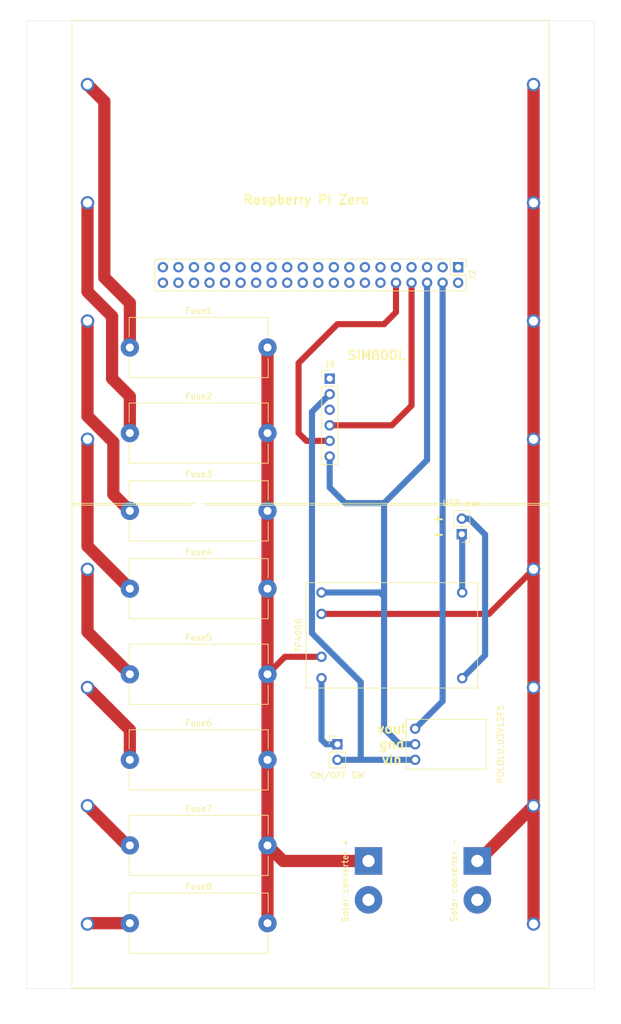
<source format=kicad_pcb>
(kicad_pcb (version 20171130) (host pcbnew "(5.1.5-0-10_14)")

  (general
    (thickness 1.6)
    (drawings 11)
    (tracks 84)
    (zones 0)
    (modules 30)
    (nets 57)
  )

  (page A4)
  (layers
    (0 F.Cu signal)
    (31 B.Cu signal)
    (32 B.Adhes user)
    (33 F.Adhes user)
    (34 B.Paste user)
    (35 F.Paste user)
    (36 B.SilkS user)
    (37 F.SilkS user)
    (38 B.Mask user)
    (39 F.Mask user)
    (40 Dwgs.User user)
    (41 Cmts.User user)
    (42 Eco1.User user)
    (43 Eco2.User user)
    (44 Edge.Cuts user)
    (45 Margin user)
    (46 B.CrtYd user)
    (47 F.CrtYd user)
    (48 B.Fab user)
    (49 F.Fab user)
  )

  (setup
    (last_trace_width 1)
    (user_trace_width 1)
    (user_trace_width 2)
    (trace_clearance 0.2)
    (zone_clearance 0.508)
    (zone_45_only no)
    (trace_min 0.2)
    (via_size 0.8)
    (via_drill 0.4)
    (via_min_size 0.4)
    (via_min_drill 0.3)
    (uvia_size 0.3)
    (uvia_drill 0.1)
    (uvias_allowed no)
    (uvia_min_size 0.2)
    (uvia_min_drill 0.1)
    (edge_width 0.05)
    (segment_width 0.2)
    (pcb_text_width 0.3)
    (pcb_text_size 1.5 1.5)
    (mod_edge_width 0.12)
    (mod_text_size 1 1)
    (mod_text_width 0.15)
    (pad_size 3.5 3.5)
    (pad_drill 3.5)
    (pad_to_mask_clearance 0.051)
    (solder_mask_min_width 0.25)
    (aux_axis_origin 0 0)
    (visible_elements FFFFFF7F)
    (pcbplotparams
      (layerselection 0x010f0_ffffffff)
      (usegerberextensions false)
      (usegerberattributes false)
      (usegerberadvancedattributes false)
      (creategerberjobfile false)
      (excludeedgelayer true)
      (linewidth 0.100000)
      (plotframeref false)
      (viasonmask false)
      (mode 1)
      (useauxorigin false)
      (hpglpennumber 1)
      (hpglpenspeed 20)
      (hpglpendiameter 15.000000)
      (psnegative false)
      (psa4output false)
      (plotreference true)
      (plotvalue true)
      (plotinvisibletext false)
      (padsonsilk false)
      (subtractmaskfromsilk false)
      (outputformat 1)
      (mirror false)
      (drillshape 0)
      (scaleselection 1)
      (outputdirectory "gerb/"))
  )

  (net 0 "")
  (net 1 "Net-(F1-Pad1)")
  (net 2 "Net-(F1-Pad2)")
  (net 3 "Net-(F2-Pad2)")
  (net 4 "Net-(F3-Pad2)")
  (net 5 "Net-(F4-Pad2)")
  (net 6 "Net-(F5-Pad2)")
  (net 7 "Net-(F6-Pad2)")
  (net 8 "Net-(F7-Pad2)")
  (net 9 "Net-(F8-Pad2)")
  (net 10 "Net-(J1-Pad1)")
  (net 11 "Net-(J1-Pad2)")
  (net 12 "Net-(J9-Pad1)")
  (net 13 "Net-(J9-Pad3)")
  (net 14 "Net-(J6-Pad1)")
  (net 15 "Net-(J2-Pad8)")
  (net 16 "Net-(J2-Pad10)")
  (net 17 "Net-(J2-Pad6)")
  (net 18 "Net-(J2-Pad4)")
  (net 19 "Net-(J2-Pad1)")
  (net 20 "Net-(J2-Pad2)")
  (net 21 "Net-(J2-Pad3)")
  (net 22 "Net-(J2-Pad5)")
  (net 23 "Net-(J2-Pad7)")
  (net 24 "Net-(J2-Pad9)")
  (net 25 "Net-(J2-Pad11)")
  (net 26 "Net-(J2-Pad12)")
  (net 27 "Net-(J2-Pad13)")
  (net 28 "Net-(J2-Pad14)")
  (net 29 "Net-(J2-Pad15)")
  (net 30 "Net-(J2-Pad16)")
  (net 31 "Net-(J2-Pad17)")
  (net 32 "Net-(J2-Pad18)")
  (net 33 "Net-(J2-Pad19)")
  (net 34 "Net-(J2-Pad20)")
  (net 35 "Net-(J2-Pad21)")
  (net 36 "Net-(J2-Pad22)")
  (net 37 "Net-(J2-Pad23)")
  (net 38 "Net-(J2-Pad24)")
  (net 39 "Net-(J2-Pad25)")
  (net 40 "Net-(J2-Pad26)")
  (net 41 "Net-(J2-Pad27)")
  (net 42 "Net-(J2-Pad28)")
  (net 43 "Net-(J2-Pad29)")
  (net 44 "Net-(J2-Pad30)")
  (net 45 "Net-(J2-Pad31)")
  (net 46 "Net-(J2-Pad32)")
  (net 47 "Net-(J2-Pad33)")
  (net 48 "Net-(J2-Pad34)")
  (net 49 "Net-(J2-Pad35)")
  (net 50 "Net-(J2-Pad36)")
  (net 51 "Net-(J2-Pad37)")
  (net 52 "Net-(J2-Pad38)")
  (net 53 "Net-(J2-Pad39)")
  (net 54 "Net-(J2-Pad40)")
  (net 55 "Net-(J3-Pad1)")
  (net 56 "Net-(J3-Pad2)")

  (net_class Default "This is the default net class."
    (clearance 0.2)
    (trace_width 0.25)
    (via_dia 0.8)
    (via_drill 0.4)
    (uvia_dia 0.3)
    (uvia_drill 0.1)
    (add_net "Net-(F1-Pad1)")
    (add_net "Net-(F1-Pad2)")
    (add_net "Net-(F2-Pad2)")
    (add_net "Net-(F3-Pad2)")
    (add_net "Net-(F4-Pad2)")
    (add_net "Net-(F5-Pad2)")
    (add_net "Net-(F6-Pad2)")
    (add_net "Net-(F7-Pad2)")
    (add_net "Net-(F8-Pad2)")
    (add_net "Net-(J1-Pad1)")
    (add_net "Net-(J1-Pad2)")
    (add_net "Net-(J2-Pad1)")
    (add_net "Net-(J2-Pad10)")
    (add_net "Net-(J2-Pad11)")
    (add_net "Net-(J2-Pad12)")
    (add_net "Net-(J2-Pad13)")
    (add_net "Net-(J2-Pad14)")
    (add_net "Net-(J2-Pad15)")
    (add_net "Net-(J2-Pad16)")
    (add_net "Net-(J2-Pad17)")
    (add_net "Net-(J2-Pad18)")
    (add_net "Net-(J2-Pad19)")
    (add_net "Net-(J2-Pad2)")
    (add_net "Net-(J2-Pad20)")
    (add_net "Net-(J2-Pad21)")
    (add_net "Net-(J2-Pad22)")
    (add_net "Net-(J2-Pad23)")
    (add_net "Net-(J2-Pad24)")
    (add_net "Net-(J2-Pad25)")
    (add_net "Net-(J2-Pad26)")
    (add_net "Net-(J2-Pad27)")
    (add_net "Net-(J2-Pad28)")
    (add_net "Net-(J2-Pad29)")
    (add_net "Net-(J2-Pad3)")
    (add_net "Net-(J2-Pad30)")
    (add_net "Net-(J2-Pad31)")
    (add_net "Net-(J2-Pad32)")
    (add_net "Net-(J2-Pad33)")
    (add_net "Net-(J2-Pad34)")
    (add_net "Net-(J2-Pad35)")
    (add_net "Net-(J2-Pad36)")
    (add_net "Net-(J2-Pad37)")
    (add_net "Net-(J2-Pad38)")
    (add_net "Net-(J2-Pad39)")
    (add_net "Net-(J2-Pad4)")
    (add_net "Net-(J2-Pad40)")
    (add_net "Net-(J2-Pad5)")
    (add_net "Net-(J2-Pad6)")
    (add_net "Net-(J2-Pad7)")
    (add_net "Net-(J2-Pad8)")
    (add_net "Net-(J2-Pad9)")
    (add_net "Net-(J3-Pad1)")
    (add_net "Net-(J3-Pad2)")
    (add_net "Net-(J6-Pad1)")
    (add_net "Net-(J9-Pad1)")
    (add_net "Net-(J9-Pad3)")
  )

  (module "Components power:Batteryholder4x18650" (layer F.Cu) (tedit 5EEB6777) (tstamp 5EE532A2)
    (at 46.4 118.5)
    (path /5EE510AA)
    (fp_text reference U2 (at 0 44.45) (layer F.Fab)
      (effects (font (size 1 1) (thickness 0.15)))
    )
    (fp_text value Batteryholder (at 0 -41.91) (layer F.Fab)
      (effects (font (size 1 1) (thickness 0.15)))
    )
    (fp_line (start -38.99 39.42) (end -38.99 -39.42) (layer F.SilkS) (width 0.12))
    (fp_line (start 38.99 39.42) (end -38.99 39.42) (layer F.SilkS) (width 0.12))
    (fp_line (start 38.99 -39.42) (end 38.99 39.42) (layer F.SilkS) (width 0.12))
    (fp_line (start -38.99 -39.42) (end 38.99 -39.42) (layer F.SilkS) (width 0.12))
    (pad 8 thru_hole circle (at 36.45 28.95) (size 2.2 2.2) (drill 1.5) (layers *.Cu *.Mask)
      (net 14 "Net-(J6-Pad1)"))
    (pad 7 thru_hole circle (at -36.45 28.95) (size 2.2 2.2) (drill 1.5) (layers *.Cu *.Mask)
      (net 5 "Net-(F4-Pad2)"))
    (pad 6 thru_hole circle (at 36.45 9.65) (size 2.2 2.2) (drill 1.5) (layers *.Cu *.Mask)
      (net 14 "Net-(J6-Pad1)"))
    (pad 5 thru_hole circle (at -36.45 9.65) (size 2.2 2.2) (drill 1.5) (layers *.Cu *.Mask)
      (net 4 "Net-(F3-Pad2)"))
    (pad 4 thru_hole circle (at 36.45 -9.65) (size 2.2 2.2) (drill 1.5) (layers *.Cu *.Mask)
      (net 14 "Net-(J6-Pad1)"))
    (pad 3 thru_hole circle (at -36.45 -9.65) (size 2.2 2.2) (drill 1.5) (layers *.Cu *.Mask)
      (net 3 "Net-(F2-Pad2)"))
    (pad 2 thru_hole circle (at 36.45 -28.95) (size 2.2 2.2) (drill 1.5) (layers *.Cu *.Mask)
      (net 14 "Net-(J6-Pad1)"))
    (pad 1 thru_hole circle (at -36.45 -28.95) (size 2.2 2.2) (drill 1.5) (layers *.Cu *.Mask)
      (net 2 "Net-(F1-Pad2)"))
  )

  (module "Components power:Batteryholder4x18650" (layer F.Cu) (tedit 5EEB6777) (tstamp 5EE532B2)
    (at 46.4 39.37)
    (path /5EE51621)
    (fp_text reference U3 (at 0 44.45) (layer F.Fab)
      (effects (font (size 1 1) (thickness 0.15)))
    )
    (fp_text value Batteryholder (at 0 -41.91) (layer F.Fab)
      (effects (font (size 1 1) (thickness 0.15)))
    )
    (fp_line (start -38.99 39.42) (end -38.99 -39.42) (layer F.SilkS) (width 0.12))
    (fp_line (start 38.99 39.42) (end -38.99 39.42) (layer F.SilkS) (width 0.12))
    (fp_line (start 38.99 -39.42) (end 38.99 39.42) (layer F.SilkS) (width 0.12))
    (fp_line (start -38.99 -39.42) (end 38.99 -39.42) (layer F.SilkS) (width 0.12))
    (pad 8 thru_hole circle (at 36.45 28.95) (size 2.2 2.2) (drill 1.5) (layers *.Cu *.Mask)
      (net 14 "Net-(J6-Pad1)"))
    (pad 7 thru_hole circle (at -36.45 28.95) (size 2.2 2.2) (drill 1.5) (layers *.Cu *.Mask)
      (net 9 "Net-(F8-Pad2)"))
    (pad 6 thru_hole circle (at 36.45 9.65) (size 2.2 2.2) (drill 1.5) (layers *.Cu *.Mask)
      (net 14 "Net-(J6-Pad1)"))
    (pad 5 thru_hole circle (at -36.45 9.65) (size 2.2 2.2) (drill 1.5) (layers *.Cu *.Mask)
      (net 8 "Net-(F7-Pad2)"))
    (pad 4 thru_hole circle (at 36.45 -9.65) (size 2.2 2.2) (drill 1.5) (layers *.Cu *.Mask)
      (net 14 "Net-(J6-Pad1)"))
    (pad 3 thru_hole circle (at -36.45 -9.65) (size 2.2 2.2) (drill 1.5) (layers *.Cu *.Mask)
      (net 7 "Net-(F6-Pad2)"))
    (pad 2 thru_hole circle (at 36.45 -28.95) (size 2.2 2.2) (drill 1.5) (layers *.Cu *.Mask)
      (net 14 "Net-(J6-Pad1)"))
    (pad 1 thru_hole circle (at -36.45 -28.95) (size 2.2 2.2) (drill 1.5) (layers *.Cu *.Mask)
      (net 6 "Net-(F5-Pad2)"))
  )

  (module MountingHole:MountingHole_3.5mm (layer F.Cu) (tedit 56D1B4CB) (tstamp 5EEBCFCF)
    (at 3.7 112)
    (descr "Mounting Hole 3.5mm, no annular")
    (tags "mounting hole 3.5mm no annular")
    (attr virtual)
    (fp_text reference REF** (at 0 -4.5) (layer F.Fab)
      (effects (font (size 1 1) (thickness 0.15)))
    )
    (fp_text value MountingHole_3.5mm (at 0 4.5) (layer F.Fab)
      (effects (font (size 1 1) (thickness 0.15)))
    )
    (fp_text user %R (at 0.3 0) (layer F.Fab)
      (effects (font (size 1 1) (thickness 0.15)))
    )
    (fp_circle (center 0 0) (end 3.5 0) (layer Cmts.User) (width 0.15))
    (fp_circle (center 0 0) (end 3.75 0) (layer F.CrtYd) (width 0.05))
    (pad 1 np_thru_hole circle (at 0 0) (size 3.5 3.5) (drill 3.5) (layers *.Cu *.Mask))
  )

  (module MountingHole:MountingHole_3.5mm (layer F.Cu) (tedit 56D1B4CB) (tstamp 5EEBCFC8)
    (at 89.1 66)
    (descr "Mounting Hole 3.5mm, no annular")
    (tags "mounting hole 3.5mm no annular")
    (attr virtual)
    (fp_text reference REF** (at 0 -4.5) (layer F.Fab)
      (effects (font (size 1 1) (thickness 0.15)))
    )
    (fp_text value MountingHole_3.5mm (at 0 4.5) (layer F.Fab)
      (effects (font (size 1 1) (thickness 0.15)))
    )
    (fp_text user %R (at 0.3 0) (layer F.Fab)
      (effects (font (size 1 1) (thickness 0.15)))
    )
    (fp_circle (center 0 0) (end 3.5 0) (layer Cmts.User) (width 0.15))
    (fp_circle (center 0 0) (end 3.75 0) (layer F.CrtYd) (width 0.05))
    (pad 1 np_thru_hole circle (at 0 0) (size 3.5 3.5) (drill 3.5) (layers *.Cu *.Mask))
  )

  (module MountingHole:MountingHole_3.5mm (layer F.Cu) (tedit 56D1B4CB) (tstamp 5EEBCFC1)
    (at 3.7 66)
    (descr "Mounting Hole 3.5mm, no annular")
    (tags "mounting hole 3.5mm no annular")
    (attr virtual)
    (fp_text reference REF** (at 0 -4.5) (layer F.Fab)
      (effects (font (size 1 1) (thickness 0.15)))
    )
    (fp_text value MountingHole_3.5mm (at 0 4.5) (layer F.Fab)
      (effects (font (size 1 1) (thickness 0.15)))
    )
    (fp_text user %R (at 0.3 0) (layer F.Fab)
      (effects (font (size 1 1) (thickness 0.15)))
    )
    (fp_circle (center 0 0) (end 3.5 0) (layer Cmts.User) (width 0.15))
    (fp_circle (center 0 0) (end 3.75 0) (layer F.CrtYd) (width 0.05))
    (pad 1 np_thru_hole circle (at 0 0) (size 3.5 3.5) (drill 3.5) (layers *.Cu *.Mask))
  )

  (module MountingHole:MountingHole_3.5mm (layer F.Cu) (tedit 56D1B4CB) (tstamp 5EEBCFBA)
    (at 89.1 112)
    (descr "Mounting Hole 3.5mm, no annular")
    (tags "mounting hole 3.5mm no annular")
    (attr virtual)
    (fp_text reference REF** (at 0 -4.5) (layer F.Fab)
      (effects (font (size 1 1) (thickness 0.15)))
    )
    (fp_text value MountingHole_3.5mm (at 0 4.5) (layer F.Fab)
      (effects (font (size 1 1) (thickness 0.15)))
    )
    (fp_text user %R (at 0.3 0) (layer F.Fab)
      (effects (font (size 1 1) (thickness 0.15)))
    )
    (fp_circle (center 0 0) (end 3.5 0) (layer Cmts.User) (width 0.15))
    (fp_circle (center 0 0) (end 3.75 0) (layer F.CrtYd) (width 0.05))
    (pad 1 np_thru_hole circle (at 0 0) (size 3.5 3.5) (drill 3.5) (layers *.Cu *.Mask))
  )

  (module MountingHole:MountingHole_3.5mm (layer F.Cu) (tedit 56D1B4CB) (tstamp 5EEBCFB3)
    (at 89.1 6)
    (descr "Mounting Hole 3.5mm, no annular")
    (tags "mounting hole 3.5mm no annular")
    (attr virtual)
    (fp_text reference REF** (at 0 -4.5) (layer F.Fab)
      (effects (font (size 1 1) (thickness 0.15)))
    )
    (fp_text value MountingHole_3.5mm (at 0 4.5) (layer F.Fab)
      (effects (font (size 1 1) (thickness 0.15)))
    )
    (fp_circle (center 0 0) (end 3.75 0) (layer F.CrtYd) (width 0.05))
    (fp_circle (center 0 0) (end 3.5 0) (layer Cmts.User) (width 0.15))
    (fp_text user %R (at 0.3 0) (layer F.Fab)
      (effects (font (size 1 1) (thickness 0.15)))
    )
    (pad 1 np_thru_hole circle (at 0 0) (size 3.5 3.5) (drill 3.5) (layers *.Cu *.Mask))
  )

  (module MountingHole:MountingHole_3.5mm (layer F.Cu) (tedit 56D1B4CB) (tstamp 5EEBCFAC)
    (at 89.1 152)
    (descr "Mounting Hole 3.5mm, no annular")
    (tags "mounting hole 3.5mm no annular")
    (attr virtual)
    (fp_text reference REF** (at 0 -4.5) (layer F.Fab)
      (effects (font (size 1 1) (thickness 0.15)))
    )
    (fp_text value MountingHole_3.5mm (at 0 4.5) (layer F.Fab)
      (effects (font (size 1 1) (thickness 0.15)))
    )
    (fp_text user %R (at 0.3 0) (layer F.Fab)
      (effects (font (size 1 1) (thickness 0.15)))
    )
    (fp_circle (center 0 0) (end 3.5 0) (layer Cmts.User) (width 0.15))
    (fp_circle (center 0 0) (end 3.75 0) (layer F.CrtYd) (width 0.05))
    (pad 1 np_thru_hole circle (at 0 0) (size 3.5 3.5) (drill 3.5) (layers *.Cu *.Mask))
  )

  (module MountingHole:MountingHole_3.5mm (layer F.Cu) (tedit 56D1B4CB) (tstamp 5EEBCFA5)
    (at 3.7 6)
    (descr "Mounting Hole 3.5mm, no annular")
    (tags "mounting hole 3.5mm no annular")
    (attr virtual)
    (fp_text reference REF** (at 0 -4.5) (layer F.Fab)
      (effects (font (size 1 1) (thickness 0.15)))
    )
    (fp_text value MountingHole_3.5mm (at 0 4.5) (layer F.Fab)
      (effects (font (size 1 1) (thickness 0.15)))
    )
    (fp_text user %R (at 0.3 0) (layer F.Fab)
      (effects (font (size 1 1) (thickness 0.15)))
    )
    (fp_circle (center 0 0) (end 3.5 0) (layer Cmts.User) (width 0.15))
    (fp_circle (center 0 0) (end 3.75 0) (layer F.CrtYd) (width 0.05))
    (pad 1 np_thru_hole circle (at 0 0) (size 3.5 3.5) (drill 3.5) (layers *.Cu *.Mask))
  )

  (module MountingHole:MountingHole_3.5mm (layer F.Cu) (tedit 56D1B4CB) (tstamp 5EEBCF9E)
    (at 3.7 152)
    (descr "Mounting Hole 3.5mm, no annular")
    (tags "mounting hole 3.5mm no annular")
    (attr virtual)
    (fp_text reference REF** (at 0 -4.5) (layer F.Fab)
      (effects (font (size 1 1) (thickness 0.15)))
    )
    (fp_text value MountingHole_3.5mm (at 0 4.5) (layer F.Fab)
      (effects (font (size 1 1) (thickness 0.15)))
    )
    (fp_text user %R (at 0.3 0) (layer F.Fab)
      (effects (font (size 1 1) (thickness 0.15)))
    )
    (fp_circle (center 0 0) (end 3.5 0) (layer Cmts.User) (width 0.15))
    (fp_circle (center 0 0) (end 3.75 0) (layer F.CrtYd) (width 0.05))
    (pad 1 np_thru_hole circle (at 0 0) (size 3.5 3.5) (drill 3.5) (layers *.Cu *.Mask))
  )

  (module MountingHole:MountingHole_3.5mm (layer F.Cu) (tedit 56D1B4CB) (tstamp 5EEBCF97)
    (at 75.4 41.5)
    (descr "Mounting Hole 3.5mm, no annular")
    (tags "mounting hole 3.5mm no annular")
    (attr virtual)
    (fp_text reference REF** (at 0 -4.5) (layer F.Fab)
      (effects (font (size 1 1) (thickness 0.15)))
    )
    (fp_text value MountingHole_3.5mm (at 0 4.5) (layer F.Fab)
      (effects (font (size 1 1) (thickness 0.15)))
    )
    (fp_text user %R (at 0.3 0) (layer F.Fab)
      (effects (font (size 1 1) (thickness 0.15)))
    )
    (fp_circle (center 0 0) (end 3.5 0) (layer Cmts.User) (width 0.15))
    (fp_circle (center 0 0) (end 3.75 0) (layer F.CrtYd) (width 0.05))
    (pad 1 np_thru_hole circle (at 0 0) (size 3.5 3.5) (drill 3.5) (layers *.Cu *.Mask))
  )

  (module MountingHole:MountingHole_3.5mm (layer F.Cu) (tedit 56D1B4CB) (tstamp 5EEBCF90)
    (at 75.4 18.5)
    (descr "Mounting Hole 3.5mm, no annular")
    (tags "mounting hole 3.5mm no annular")
    (attr virtual)
    (fp_text reference REF** (at 0 -4.5) (layer F.Fab)
      (effects (font (size 1 1) (thickness 0.15)))
    )
    (fp_text value MountingHole_3.5mm (at 0 4.5) (layer F.Fab)
      (effects (font (size 1 1) (thickness 0.15)))
    )
    (fp_text user %R (at 0.3 0) (layer F.Fab)
      (effects (font (size 1 1) (thickness 0.15)))
    )
    (fp_circle (center 0 0) (end 3.5 0) (layer Cmts.User) (width 0.15))
    (fp_circle (center 0 0) (end 3.75 0) (layer F.CrtYd) (width 0.05))
    (pad 1 np_thru_hole circle (at 0 0) (size 3.5 3.5) (drill 3.5) (layers *.Cu *.Mask))
  )

  (module MountingHole:MountingHole_3.5mm (layer F.Cu) (tedit 56D1B4CB) (tstamp 5EEBCF89)
    (at 17.4 18.5)
    (descr "Mounting Hole 3.5mm, no annular")
    (tags "mounting hole 3.5mm no annular")
    (attr virtual)
    (fp_text reference REF** (at 0 -4.5) (layer F.Fab)
      (effects (font (size 1 1) (thickness 0.15)))
    )
    (fp_text value MountingHole_3.5mm (at 0 4.5) (layer F.Fab)
      (effects (font (size 1 1) (thickness 0.15)))
    )
    (fp_text user %R (at 0.3 0) (layer F.Fab)
      (effects (font (size 1 1) (thickness 0.15)))
    )
    (fp_circle (center 0 0) (end 3.5 0) (layer Cmts.User) (width 0.15))
    (fp_circle (center 0 0) (end 3.75 0) (layer F.CrtYd) (width 0.05))
    (pad 1 np_thru_hole circle (at 0 0) (size 3.5 3.5) (drill 3.5) (layers *.Cu *.Mask))
  )

  (module MountingHole:MountingHole_3.5mm (layer F.Cu) (tedit 56D1B4CB) (tstamp 5EEBCF82)
    (at 17.4 41.5)
    (descr "Mounting Hole 3.5mm, no annular")
    (tags "mounting hole 3.5mm no annular")
    (attr virtual)
    (fp_text reference REF** (at 0 -4.5) (layer F.Fab)
      (effects (font (size 1 1) (thickness 0.15)))
    )
    (fp_text value MountingHole_3.5mm (at 0 4.5) (layer F.Fab)
      (effects (font (size 1 1) (thickness 0.15)))
    )
    (fp_text user %R (at 0.3 0) (layer F.Fab)
      (effects (font (size 1 1) (thickness 0.15)))
    )
    (fp_circle (center 0 0) (end 3.5 0) (layer Cmts.User) (width 0.15))
    (fp_circle (center 0 0) (end 3.75 0) (layer F.CrtYd) (width 0.05))
    (pad 1 np_thru_hole circle (at 0 0) (size 3.5 3.5) (drill 3.5) (layers *.Cu *.Mask))
  )

  (module Fuse:Fuseholder_Cylinder-5x20mm_Schurter_0031_8201_Horizontal_Open (layer F.Cu) (tedit 5D717D34) (tstamp 5EE531AB)
    (at 39.37 67.31 180)
    (descr "Fuseholder horizontal open, 5x20mm, 500V, 16A, Schurter 0031.8201, https://us.schurter.com/bundles/snceschurter/epim/_ProdPool_/newDS/en/typ_OGN.pdf")
    (tags "Fuseholder horizontal open 5x20 Schurter 0031.8201")
    (path /5EE562D8)
    (fp_text reference F6 (at 11.25 -6) (layer F.Fab)
      (effects (font (size 1 1) (thickness 0.15)))
    )
    (fp_text value Fuse2 (at 11.25 6) (layer F.SilkS)
      (effects (font (size 1 1) (thickness 0.15)))
    )
    (fp_line (start -0.11 4.91) (end -0.11 1.75) (layer F.SilkS) (width 0.12))
    (fp_line (start 24.25 -5.05) (end 24.25 5.05) (layer F.CrtYd) (width 0.05))
    (fp_line (start -0.11 4.91) (end 22.61 4.91) (layer F.SilkS) (width 0.12))
    (fp_line (start -1.75 -5.05) (end 24.25 -5.05) (layer F.CrtYd) (width 0.05))
    (fp_line (start 24.25 5.05) (end -1.75 5.05) (layer F.CrtYd) (width 0.05))
    (fp_line (start -0.11 -4.91) (end 22.61 -4.91) (layer F.SilkS) (width 0.12))
    (fp_line (start -0.11 -1.75) (end -0.11 -4.91) (layer F.SilkS) (width 0.12))
    (fp_line (start 22.61 -1.75) (end 22.61 -4.91) (layer F.SilkS) (width 0.12))
    (fp_line (start 22.61 4.91) (end 22.61 1.75) (layer F.SilkS) (width 0.12))
    (fp_line (start -1.75 5.05) (end -1.75 -5.05) (layer F.CrtYd) (width 0.05))
    (fp_line (start 22.5 -4.8) (end 0 -4.8) (layer F.Fab) (width 0.1))
    (fp_line (start 22.5 4.8) (end 22.5 -4.8) (layer F.Fab) (width 0.1))
    (fp_line (start 0 4.8) (end 22.5 4.8) (layer F.Fab) (width 0.1))
    (fp_line (start 0 -4.8) (end 0 4.8) (layer F.Fab) (width 0.1))
    (fp_text user %R (at 11.25 4) (layer F.Fab)
      (effects (font (size 1 1) (thickness 0.15)))
    )
    (pad "" np_thru_hole circle (at 11.25 0 180) (size 2.7 2.7) (drill 2.7) (layers *.Cu *.Mask))
    (pad 2 thru_hole circle (at 22.5 0 180) (size 3 3) (drill 1.3) (layers *.Cu *.Mask)
      (net 7 "Net-(F6-Pad2)"))
    (pad 1 thru_hole circle (at 0 0 180) (size 3 3) (drill 1.3) (layers *.Cu *.Mask)
      (net 1 "Net-(F1-Pad1)"))
    (model ${KISYS3DMOD}/Fuse.3dshapes/Fuseholder_Cylinder-5x20mm_Schurter_0031_8201_Horizontal_Open.wrl
      (at (xyz 0 0 0))
      (scale (xyz 1 1 1))
      (rotate (xyz 0 0 0))
    )
  )

  (module Fuse:Fuseholder_Cylinder-5x20mm_Schurter_0031_8201_Horizontal_Open (layer F.Cu) (tedit 5D717D34) (tstamp 5EE5313D)
    (at 39.37 106.68 180)
    (descr "Fuseholder horizontal open, 5x20mm, 500V, 16A, Schurter 0031.8201, https://us.schurter.com/bundles/snceschurter/epim/_ProdPool_/newDS/en/typ_OGN.pdf")
    (tags "Fuseholder horizontal open 5x20 Schurter 0031.8201")
    (path /5EE51E30)
    (fp_text reference F1 (at 11.25 -6) (layer F.Fab)
      (effects (font (size 1 1) (thickness 0.15)))
    )
    (fp_text value Fuse5 (at 11.25 6) (layer F.SilkS)
      (effects (font (size 1 1) (thickness 0.15)))
    )
    (fp_text user %R (at 11.25 4) (layer F.Fab)
      (effects (font (size 1 1) (thickness 0.15)))
    )
    (fp_line (start 0 -4.8) (end 0 4.8) (layer F.Fab) (width 0.1))
    (fp_line (start 0 4.8) (end 22.5 4.8) (layer F.Fab) (width 0.1))
    (fp_line (start 22.5 4.8) (end 22.5 -4.8) (layer F.Fab) (width 0.1))
    (fp_line (start 22.5 -4.8) (end 0 -4.8) (layer F.Fab) (width 0.1))
    (fp_line (start -1.75 5.05) (end -1.75 -5.05) (layer F.CrtYd) (width 0.05))
    (fp_line (start 22.61 4.91) (end 22.61 1.75) (layer F.SilkS) (width 0.12))
    (fp_line (start 22.61 -1.75) (end 22.61 -4.91) (layer F.SilkS) (width 0.12))
    (fp_line (start -0.11 -1.75) (end -0.11 -4.91) (layer F.SilkS) (width 0.12))
    (fp_line (start -0.11 -4.91) (end 22.61 -4.91) (layer F.SilkS) (width 0.12))
    (fp_line (start 24.25 5.05) (end -1.75 5.05) (layer F.CrtYd) (width 0.05))
    (fp_line (start -1.75 -5.05) (end 24.25 -5.05) (layer F.CrtYd) (width 0.05))
    (fp_line (start -0.11 4.91) (end 22.61 4.91) (layer F.SilkS) (width 0.12))
    (fp_line (start 24.25 -5.05) (end 24.25 5.05) (layer F.CrtYd) (width 0.05))
    (fp_line (start -0.11 4.91) (end -0.11 1.75) (layer F.SilkS) (width 0.12))
    (pad 1 thru_hole circle (at 0 0 180) (size 3 3) (drill 1.3) (layers *.Cu *.Mask)
      (net 1 "Net-(F1-Pad1)"))
    (pad 2 thru_hole circle (at 22.5 0 180) (size 3 3) (drill 1.3) (layers *.Cu *.Mask)
      (net 2 "Net-(F1-Pad2)"))
    (pad "" np_thru_hole circle (at 11.25 0 180) (size 2.7 2.7) (drill 2.7) (layers *.Cu *.Mask))
    (model ${KISYS3DMOD}/Fuse.3dshapes/Fuseholder_Cylinder-5x20mm_Schurter_0031_8201_Horizontal_Open.wrl
      (at (xyz 0 0 0))
      (scale (xyz 1 1 1))
      (rotate (xyz 0 0 0))
    )
  )

  (module Fuse:Fuseholder_Cylinder-5x20mm_Schurter_0031_8201_Horizontal_Open (layer F.Cu) (tedit 5D717D34) (tstamp 5EE53153)
    (at 39.37 120.65 180)
    (descr "Fuseholder horizontal open, 5x20mm, 500V, 16A, Schurter 0031.8201, https://us.schurter.com/bundles/snceschurter/epim/_ProdPool_/newDS/en/typ_OGN.pdf")
    (tags "Fuseholder horizontal open 5x20 Schurter 0031.8201")
    (path /5EE55168)
    (fp_text reference F2 (at 11.25 -6) (layer F.Fab)
      (effects (font (size 1 1) (thickness 0.15)))
    )
    (fp_text value Fuse6 (at 11.25 6) (layer F.SilkS)
      (effects (font (size 1 1) (thickness 0.15)))
    )
    (fp_line (start -0.11 4.91) (end -0.11 1.75) (layer F.SilkS) (width 0.12))
    (fp_line (start 24.25 -5.05) (end 24.25 5.05) (layer F.CrtYd) (width 0.05))
    (fp_line (start -0.11 4.91) (end 22.61 4.91) (layer F.SilkS) (width 0.12))
    (fp_line (start -1.75 -5.05) (end 24.25 -5.05) (layer F.CrtYd) (width 0.05))
    (fp_line (start 24.25 5.05) (end -1.75 5.05) (layer F.CrtYd) (width 0.05))
    (fp_line (start -0.11 -4.91) (end 22.61 -4.91) (layer F.SilkS) (width 0.12))
    (fp_line (start -0.11 -1.75) (end -0.11 -4.91) (layer F.SilkS) (width 0.12))
    (fp_line (start 22.61 -1.75) (end 22.61 -4.91) (layer F.SilkS) (width 0.12))
    (fp_line (start 22.61 4.91) (end 22.61 1.75) (layer F.SilkS) (width 0.12))
    (fp_line (start -1.75 5.05) (end -1.75 -5.05) (layer F.CrtYd) (width 0.05))
    (fp_line (start 22.5 -4.8) (end 0 -4.8) (layer F.Fab) (width 0.1))
    (fp_line (start 22.5 4.8) (end 22.5 -4.8) (layer F.Fab) (width 0.1))
    (fp_line (start 0 4.8) (end 22.5 4.8) (layer F.Fab) (width 0.1))
    (fp_line (start 0 -4.8) (end 0 4.8) (layer F.Fab) (width 0.1))
    (fp_text user %R (at 11.25 4) (layer F.Fab)
      (effects (font (size 1 1) (thickness 0.15)))
    )
    (pad "" np_thru_hole circle (at 11.25 0 180) (size 2.7 2.7) (drill 2.7) (layers *.Cu *.Mask))
    (pad 2 thru_hole circle (at 22.5 0 180) (size 3 3) (drill 1.3) (layers *.Cu *.Mask)
      (net 3 "Net-(F2-Pad2)"))
    (pad 1 thru_hole circle (at 0 0 180) (size 3 3) (drill 1.3) (layers *.Cu *.Mask)
      (net 1 "Net-(F1-Pad1)"))
    (model ${KISYS3DMOD}/Fuse.3dshapes/Fuseholder_Cylinder-5x20mm_Schurter_0031_8201_Horizontal_Open.wrl
      (at (xyz 0 0 0))
      (scale (xyz 1 1 1))
      (rotate (xyz 0 0 0))
    )
  )

  (module Fuse:Fuseholder_Cylinder-5x20mm_Schurter_0031_8201_Horizontal_Open (layer F.Cu) (tedit 5D717D34) (tstamp 5EE53169)
    (at 39.37 134.62 180)
    (descr "Fuseholder horizontal open, 5x20mm, 500V, 16A, Schurter 0031.8201, https://us.schurter.com/bundles/snceschurter/epim/_ProdPool_/newDS/en/typ_OGN.pdf")
    (tags "Fuseholder horizontal open 5x20 Schurter 0031.8201")
    (path /5EE558E9)
    (fp_text reference F3 (at 11.25 -6) (layer F.Fab)
      (effects (font (size 1 1) (thickness 0.15)))
    )
    (fp_text value Fuse7 (at 11.25 6) (layer F.SilkS)
      (effects (font (size 1 1) (thickness 0.15)))
    )
    (fp_text user %R (at 11.25 4) (layer F.Fab)
      (effects (font (size 1 1) (thickness 0.15)))
    )
    (fp_line (start 0 -4.8) (end 0 4.8) (layer F.Fab) (width 0.1))
    (fp_line (start 0 4.8) (end 22.5 4.8) (layer F.Fab) (width 0.1))
    (fp_line (start 22.5 4.8) (end 22.5 -4.8) (layer F.Fab) (width 0.1))
    (fp_line (start 22.5 -4.8) (end 0 -4.8) (layer F.Fab) (width 0.1))
    (fp_line (start -1.75 5.05) (end -1.75 -5.05) (layer F.CrtYd) (width 0.05))
    (fp_line (start 22.61 4.91) (end 22.61 1.75) (layer F.SilkS) (width 0.12))
    (fp_line (start 22.61 -1.75) (end 22.61 -4.91) (layer F.SilkS) (width 0.12))
    (fp_line (start -0.11 -1.75) (end -0.11 -4.91) (layer F.SilkS) (width 0.12))
    (fp_line (start -0.11 -4.91) (end 22.61 -4.91) (layer F.SilkS) (width 0.12))
    (fp_line (start 24.25 5.05) (end -1.75 5.05) (layer F.CrtYd) (width 0.05))
    (fp_line (start -1.75 -5.05) (end 24.25 -5.05) (layer F.CrtYd) (width 0.05))
    (fp_line (start -0.11 4.91) (end 22.61 4.91) (layer F.SilkS) (width 0.12))
    (fp_line (start 24.25 -5.05) (end 24.25 5.05) (layer F.CrtYd) (width 0.05))
    (fp_line (start -0.11 4.91) (end -0.11 1.75) (layer F.SilkS) (width 0.12))
    (pad 1 thru_hole circle (at 0 0 180) (size 3 3) (drill 1.3) (layers *.Cu *.Mask)
      (net 1 "Net-(F1-Pad1)"))
    (pad 2 thru_hole circle (at 22.5 0 180) (size 3 3) (drill 1.3) (layers *.Cu *.Mask)
      (net 4 "Net-(F3-Pad2)"))
    (pad "" np_thru_hole circle (at 11.25 0 180) (size 2.7 2.7) (drill 2.7) (layers *.Cu *.Mask))
    (model ${KISYS3DMOD}/Fuse.3dshapes/Fuseholder_Cylinder-5x20mm_Schurter_0031_8201_Horizontal_Open.wrl
      (at (xyz 0 0 0))
      (scale (xyz 1 1 1))
      (rotate (xyz 0 0 0))
    )
  )

  (module Fuse:Fuseholder_Cylinder-5x20mm_Schurter_0031_8201_Horizontal_Open (layer F.Cu) (tedit 5D717D34) (tstamp 5EE5317F)
    (at 39.37 147.32 180)
    (descr "Fuseholder horizontal open, 5x20mm, 500V, 16A, Schurter 0031.8201, https://us.schurter.com/bundles/snceschurter/epim/_ProdPool_/newDS/en/typ_OGN.pdf")
    (tags "Fuseholder horizontal open 5x20 Schurter 0031.8201")
    (path /5EE55B4B)
    (fp_text reference F4 (at 11.25 -6) (layer F.Fab)
      (effects (font (size 1 1) (thickness 0.15)))
    )
    (fp_text value Fuse8 (at 11.25 6) (layer F.SilkS)
      (effects (font (size 1 1) (thickness 0.15)))
    )
    (fp_line (start -0.11 4.91) (end -0.11 1.75) (layer F.SilkS) (width 0.12))
    (fp_line (start 24.25 -5.05) (end 24.25 5.05) (layer F.CrtYd) (width 0.05))
    (fp_line (start -0.11 4.91) (end 22.61 4.91) (layer F.SilkS) (width 0.12))
    (fp_line (start -1.75 -5.05) (end 24.25 -5.05) (layer F.CrtYd) (width 0.05))
    (fp_line (start 24.25 5.05) (end -1.75 5.05) (layer F.CrtYd) (width 0.05))
    (fp_line (start -0.11 -4.91) (end 22.61 -4.91) (layer F.SilkS) (width 0.12))
    (fp_line (start -0.11 -1.75) (end -0.11 -4.91) (layer F.SilkS) (width 0.12))
    (fp_line (start 22.61 -1.75) (end 22.61 -4.91) (layer F.SilkS) (width 0.12))
    (fp_line (start 22.61 4.91) (end 22.61 1.75) (layer F.SilkS) (width 0.12))
    (fp_line (start -1.75 5.05) (end -1.75 -5.05) (layer F.CrtYd) (width 0.05))
    (fp_line (start 22.5 -4.8) (end 0 -4.8) (layer F.Fab) (width 0.1))
    (fp_line (start 22.5 4.8) (end 22.5 -4.8) (layer F.Fab) (width 0.1))
    (fp_line (start 0 4.8) (end 22.5 4.8) (layer F.Fab) (width 0.1))
    (fp_line (start 0 -4.8) (end 0 4.8) (layer F.Fab) (width 0.1))
    (fp_text user %R (at 11.25 4) (layer F.Fab)
      (effects (font (size 1 1) (thickness 0.15)))
    )
    (pad "" np_thru_hole circle (at 11.25 0 180) (size 2.7 2.7) (drill 2.7) (layers *.Cu *.Mask))
    (pad 2 thru_hole circle (at 22.5 0 180) (size 3 3) (drill 1.3) (layers *.Cu *.Mask)
      (net 5 "Net-(F4-Pad2)"))
    (pad 1 thru_hole circle (at 0 0 180) (size 3 3) (drill 1.3) (layers *.Cu *.Mask)
      (net 1 "Net-(F1-Pad1)"))
    (model ${KISYS3DMOD}/Fuse.3dshapes/Fuseholder_Cylinder-5x20mm_Schurter_0031_8201_Horizontal_Open.wrl
      (at (xyz 0 0 0))
      (scale (xyz 1 1 1))
      (rotate (xyz 0 0 0))
    )
  )

  (module Fuse:Fuseholder_Cylinder-5x20mm_Schurter_0031_8201_Horizontal_Open (layer F.Cu) (tedit 5D717D34) (tstamp 5EE53195)
    (at 39.37 53.34 180)
    (descr "Fuseholder horizontal open, 5x20mm, 500V, 16A, Schurter 0031.8201, https://us.schurter.com/bundles/snceschurter/epim/_ProdPool_/newDS/en/typ_OGN.pdf")
    (tags "Fuseholder horizontal open 5x20 Schurter 0031.8201")
    (path /5EE5605F)
    (fp_text reference F5 (at 11.25 -6) (layer F.Fab)
      (effects (font (size 1 1) (thickness 0.15)))
    )
    (fp_text value Fuse1 (at 11.25 6) (layer F.SilkS)
      (effects (font (size 1 1) (thickness 0.15)))
    )
    (fp_text user %R (at 11.25 4) (layer F.Fab)
      (effects (font (size 1 1) (thickness 0.15)))
    )
    (fp_line (start 0 -4.8) (end 0 4.8) (layer F.Fab) (width 0.1))
    (fp_line (start 0 4.8) (end 22.5 4.8) (layer F.Fab) (width 0.1))
    (fp_line (start 22.5 4.8) (end 22.5 -4.8) (layer F.Fab) (width 0.1))
    (fp_line (start 22.5 -4.8) (end 0 -4.8) (layer F.Fab) (width 0.1))
    (fp_line (start -1.75 5.05) (end -1.75 -5.05) (layer F.CrtYd) (width 0.05))
    (fp_line (start 22.61 4.91) (end 22.61 1.75) (layer F.SilkS) (width 0.12))
    (fp_line (start 22.61 -1.75) (end 22.61 -4.91) (layer F.SilkS) (width 0.12))
    (fp_line (start -0.11 -1.75) (end -0.11 -4.91) (layer F.SilkS) (width 0.12))
    (fp_line (start -0.11 -4.91) (end 22.61 -4.91) (layer F.SilkS) (width 0.12))
    (fp_line (start 24.25 5.05) (end -1.75 5.05) (layer F.CrtYd) (width 0.05))
    (fp_line (start -1.75 -5.05) (end 24.25 -5.05) (layer F.CrtYd) (width 0.05))
    (fp_line (start -0.11 4.91) (end 22.61 4.91) (layer F.SilkS) (width 0.12))
    (fp_line (start 24.25 -5.05) (end 24.25 5.05) (layer F.CrtYd) (width 0.05))
    (fp_line (start -0.11 4.91) (end -0.11 1.75) (layer F.SilkS) (width 0.12))
    (pad 1 thru_hole circle (at 0 0 180) (size 3 3) (drill 1.3) (layers *.Cu *.Mask)
      (net 1 "Net-(F1-Pad1)"))
    (pad 2 thru_hole circle (at 22.5 0 180) (size 3 3) (drill 1.3) (layers *.Cu *.Mask)
      (net 6 "Net-(F5-Pad2)"))
    (pad "" np_thru_hole circle (at 11.25 0 180) (size 2.7 2.7) (drill 2.7) (layers *.Cu *.Mask))
    (model ${KISYS3DMOD}/Fuse.3dshapes/Fuseholder_Cylinder-5x20mm_Schurter_0031_8201_Horizontal_Open.wrl
      (at (xyz 0 0 0))
      (scale (xyz 1 1 1))
      (rotate (xyz 0 0 0))
    )
  )

  (module Fuse:Fuseholder_Cylinder-5x20mm_Schurter_0031_8201_Horizontal_Open (layer F.Cu) (tedit 5D717D34) (tstamp 5EE531C1)
    (at 39.37 80.01 180)
    (descr "Fuseholder horizontal open, 5x20mm, 500V, 16A, Schurter 0031.8201, https://us.schurter.com/bundles/snceschurter/epim/_ProdPool_/newDS/en/typ_OGN.pdf")
    (tags "Fuseholder horizontal open 5x20 Schurter 0031.8201")
    (path /5EE56706)
    (fp_text reference F7 (at 11.25 -6) (layer F.Fab)
      (effects (font (size 1 1) (thickness 0.15)))
    )
    (fp_text value Fuse3 (at 11.25 6) (layer F.SilkS)
      (effects (font (size 1 1) (thickness 0.15)))
    )
    (fp_text user %R (at 11.25 4) (layer F.Fab)
      (effects (font (size 1 1) (thickness 0.15)))
    )
    (fp_line (start 0 -4.8) (end 0 4.8) (layer F.Fab) (width 0.1))
    (fp_line (start 0 4.8) (end 22.5 4.8) (layer F.Fab) (width 0.1))
    (fp_line (start 22.5 4.8) (end 22.5 -4.8) (layer F.Fab) (width 0.1))
    (fp_line (start 22.5 -4.8) (end 0 -4.8) (layer F.Fab) (width 0.1))
    (fp_line (start -1.75 5.05) (end -1.75 -5.05) (layer F.CrtYd) (width 0.05))
    (fp_line (start 22.61 4.91) (end 22.61 1.75) (layer F.SilkS) (width 0.12))
    (fp_line (start 22.61 -1.75) (end 22.61 -4.91) (layer F.SilkS) (width 0.12))
    (fp_line (start -0.11 -1.75) (end -0.11 -4.91) (layer F.SilkS) (width 0.12))
    (fp_line (start -0.11 -4.91) (end 22.61 -4.91) (layer F.SilkS) (width 0.12))
    (fp_line (start 24.25 5.05) (end -1.75 5.05) (layer F.CrtYd) (width 0.05))
    (fp_line (start -1.75 -5.05) (end 24.25 -5.05) (layer F.CrtYd) (width 0.05))
    (fp_line (start -0.11 4.91) (end 22.61 4.91) (layer F.SilkS) (width 0.12))
    (fp_line (start 24.25 -5.05) (end 24.25 5.05) (layer F.CrtYd) (width 0.05))
    (fp_line (start -0.11 4.91) (end -0.11 1.75) (layer F.SilkS) (width 0.12))
    (pad 1 thru_hole circle (at 0 0 180) (size 3 3) (drill 1.3) (layers *.Cu *.Mask)
      (net 1 "Net-(F1-Pad1)"))
    (pad 2 thru_hole circle (at 22.5 0 180) (size 3 3) (drill 1.3) (layers *.Cu *.Mask)
      (net 8 "Net-(F7-Pad2)"))
    (pad "" np_thru_hole circle (at 11.25 0 180) (size 2.7 2.7) (drill 2.7) (layers *.Cu *.Mask))
    (model ${KISYS3DMOD}/Fuse.3dshapes/Fuseholder_Cylinder-5x20mm_Schurter_0031_8201_Horizontal_Open.wrl
      (at (xyz 0 0 0))
      (scale (xyz 1 1 1))
      (rotate (xyz 0 0 0))
    )
  )

  (module Fuse:Fuseholder_Cylinder-5x20mm_Schurter_0031_8201_Horizontal_Open (layer F.Cu) (tedit 5D717D34) (tstamp 5EE531D7)
    (at 39.37 92.71 180)
    (descr "Fuseholder horizontal open, 5x20mm, 500V, 16A, Schurter 0031.8201, https://us.schurter.com/bundles/snceschurter/epim/_ProdPool_/newDS/en/typ_OGN.pdf")
    (tags "Fuseholder horizontal open 5x20 Schurter 0031.8201")
    (path /5EE56B1D)
    (fp_text reference F8 (at 11.25 -6) (layer F.Fab)
      (effects (font (size 1 1) (thickness 0.15)))
    )
    (fp_text value Fuse4 (at 11.25 6) (layer F.SilkS)
      (effects (font (size 1 1) (thickness 0.15)))
    )
    (fp_line (start -0.11 4.91) (end -0.11 1.75) (layer F.SilkS) (width 0.12))
    (fp_line (start 24.25 -5.05) (end 24.25 5.05) (layer F.CrtYd) (width 0.05))
    (fp_line (start -0.11 4.91) (end 22.61 4.91) (layer F.SilkS) (width 0.12))
    (fp_line (start -1.75 -5.05) (end 24.25 -5.05) (layer F.CrtYd) (width 0.05))
    (fp_line (start 24.25 5.05) (end -1.75 5.05) (layer F.CrtYd) (width 0.05))
    (fp_line (start -0.11 -4.91) (end 22.61 -4.91) (layer F.SilkS) (width 0.12))
    (fp_line (start -0.11 -1.75) (end -0.11 -4.91) (layer F.SilkS) (width 0.12))
    (fp_line (start 22.61 -1.75) (end 22.61 -4.91) (layer F.SilkS) (width 0.12))
    (fp_line (start 22.61 4.91) (end 22.61 1.75) (layer F.SilkS) (width 0.12))
    (fp_line (start -1.75 5.05) (end -1.75 -5.05) (layer F.CrtYd) (width 0.05))
    (fp_line (start 22.5 -4.8) (end 0 -4.8) (layer F.Fab) (width 0.1))
    (fp_line (start 22.5 4.8) (end 22.5 -4.8) (layer F.Fab) (width 0.1))
    (fp_line (start 0 4.8) (end 22.5 4.8) (layer F.Fab) (width 0.1))
    (fp_line (start 0 -4.8) (end 0 4.8) (layer F.Fab) (width 0.1))
    (fp_text user %R (at 11.25 4) (layer F.Fab)
      (effects (font (size 1 1) (thickness 0.15)))
    )
    (pad "" np_thru_hole circle (at 11.25 0 180) (size 2.7 2.7) (drill 2.7) (layers *.Cu *.Mask))
    (pad 2 thru_hole circle (at 22.5 0 180) (size 3 3) (drill 1.3) (layers *.Cu *.Mask)
      (net 9 "Net-(F8-Pad2)"))
    (pad 1 thru_hole circle (at 0 0 180) (size 3 3) (drill 1.3) (layers *.Cu *.Mask)
      (net 1 "Net-(F1-Pad1)"))
    (model ${KISYS3DMOD}/Fuse.3dshapes/Fuseholder_Cylinder-5x20mm_Schurter_0031_8201_Horizontal_Open.wrl
      (at (xyz 0 0 0))
      (scale (xyz 1 1 1))
      (rotate (xyz 0 0 0))
    )
  )

  (module Connector_PinHeader_2.54mm:PinHeader_1x02_P2.54mm_Vertical (layer F.Cu) (tedit 59FED5CC) (tstamp 5EE531ED)
    (at 50.8 118.11)
    (descr "Through hole straight pin header, 1x02, 2.54mm pitch, single row")
    (tags "Through hole pin header THT 1x02 2.54mm single row")
    (path /5EE66B92)
    (fp_text reference J1 (at 0 -2.33) (layer F.Fab)
      (effects (font (size 1 1) (thickness 0.15)))
    )
    (fp_text value "ON/OFF SW" (at 0 5.08) (layer F.SilkS)
      (effects (font (size 1 1) (thickness 0.15)))
    )
    (fp_line (start -0.635 -1.27) (end 1.27 -1.27) (layer F.Fab) (width 0.1))
    (fp_line (start 1.27 -1.27) (end 1.27 3.81) (layer F.Fab) (width 0.1))
    (fp_line (start 1.27 3.81) (end -1.27 3.81) (layer F.Fab) (width 0.1))
    (fp_line (start -1.27 3.81) (end -1.27 -0.635) (layer F.Fab) (width 0.1))
    (fp_line (start -1.27 -0.635) (end -0.635 -1.27) (layer F.Fab) (width 0.1))
    (fp_line (start -1.33 3.87) (end 1.33 3.87) (layer F.SilkS) (width 0.12))
    (fp_line (start -1.33 1.27) (end -1.33 3.87) (layer F.SilkS) (width 0.12))
    (fp_line (start 1.33 1.27) (end 1.33 3.87) (layer F.SilkS) (width 0.12))
    (fp_line (start -1.33 1.27) (end 1.33 1.27) (layer F.SilkS) (width 0.12))
    (fp_line (start -1.33 0) (end -1.33 -1.33) (layer F.SilkS) (width 0.12))
    (fp_line (start -1.33 -1.33) (end 0 -1.33) (layer F.SilkS) (width 0.12))
    (fp_line (start -1.8 -1.8) (end -1.8 4.35) (layer F.CrtYd) (width 0.05))
    (fp_line (start -1.8 4.35) (end 1.8 4.35) (layer F.CrtYd) (width 0.05))
    (fp_line (start 1.8 4.35) (end 1.8 -1.8) (layer F.CrtYd) (width 0.05))
    (fp_line (start 1.8 -1.8) (end -1.8 -1.8) (layer F.CrtYd) (width 0.05))
    (fp_text user %R (at 0 8.89 90) (layer F.Fab)
      (effects (font (size 1 1) (thickness 0.15)))
    )
    (pad 1 thru_hole rect (at 0 0) (size 1.7 1.7) (drill 1) (layers *.Cu *.Mask)
      (net 10 "Net-(J1-Pad1)"))
    (pad 2 thru_hole oval (at 0 2.54) (size 1.7 1.7) (drill 1) (layers *.Cu *.Mask)
      (net 11 "Net-(J1-Pad2)"))
    (model ${KISYS3DMOD}/Connector_PinHeader_2.54mm.3dshapes/PinHeader_1x02_P2.54mm_Vertical.wrl
      (at (xyz 0 0 0))
      (scale (xyz 1 1 1))
      (rotate (xyz 0 0 0))
    )
  )

  (module Connector_PinHeader_2.54mm:PinHeader_1x06_P2.54mm_Vertical (layer F.Cu) (tedit 59FED5CC) (tstamp 5EE53287)
    (at 49.53 58.42)
    (descr "Through hole straight pin header, 1x06, 2.54mm pitch, single row")
    (tags "Through hole pin header THT 1x06 2.54mm single row")
    (path /5EE539C0)
    (fp_text reference J9 (at 0 -2.33) (layer F.SilkS)
      (effects (font (size 1 1) (thickness 0.15)))
    )
    (fp_text value Conn_01x06_Male (at -24.985001 3.81) (layer F.Fab)
      (effects (font (size 1 1) (thickness 0.15)))
    )
    (fp_line (start -0.635 -1.27) (end 1.27 -1.27) (layer F.Fab) (width 0.1))
    (fp_line (start 1.27 -1.27) (end 1.27 13.97) (layer F.Fab) (width 0.1))
    (fp_line (start 1.27 13.97) (end -1.27 13.97) (layer F.Fab) (width 0.1))
    (fp_line (start -1.27 13.97) (end -1.27 -0.635) (layer F.Fab) (width 0.1))
    (fp_line (start -1.27 -0.635) (end -0.635 -1.27) (layer F.Fab) (width 0.1))
    (fp_line (start -1.33 14.03) (end 1.33 14.03) (layer F.SilkS) (width 0.12))
    (fp_line (start -1.33 1.27) (end -1.33 14.03) (layer F.SilkS) (width 0.12))
    (fp_line (start 1.33 1.27) (end 1.33 14.03) (layer F.SilkS) (width 0.12))
    (fp_line (start -1.33 1.27) (end 1.33 1.27) (layer F.SilkS) (width 0.12))
    (fp_line (start -1.33 0) (end -1.33 -1.33) (layer F.SilkS) (width 0.12))
    (fp_line (start -1.33 -1.33) (end 0 -1.33) (layer F.SilkS) (width 0.12))
    (fp_line (start -1.8 -1.8) (end -1.8 14.5) (layer F.CrtYd) (width 0.05))
    (fp_line (start -1.8 14.5) (end 1.8 14.5) (layer F.CrtYd) (width 0.05))
    (fp_line (start 1.8 14.5) (end 1.8 -1.8) (layer F.CrtYd) (width 0.05))
    (fp_line (start 1.8 -1.8) (end -1.8 -1.8) (layer F.CrtYd) (width 0.05))
    (fp_text user %R (at 0 6.35 90) (layer F.Fab)
      (effects (font (size 1 1) (thickness 0.15)))
    )
    (pad 1 thru_hole rect (at 0 0) (size 1.7 1.7) (drill 1) (layers *.Cu *.Mask)
      (net 12 "Net-(J9-Pad1)"))
    (pad 2 thru_hole oval (at 0 2.54) (size 1.7 1.7) (drill 1) (layers *.Cu *.Mask)
      (net 11 "Net-(J1-Pad2)"))
    (pad 3 thru_hole oval (at 0 5.08) (size 1.7 1.7) (drill 1) (layers *.Cu *.Mask)
      (net 13 "Net-(J9-Pad3)"))
    (pad 4 thru_hole oval (at 0 7.62) (size 1.7 1.7) (drill 1) (layers *.Cu *.Mask)
      (net 15 "Net-(J2-Pad8)"))
    (pad 5 thru_hole oval (at 0 10.16) (size 1.7 1.7) (drill 1) (layers *.Cu *.Mask)
      (net 16 "Net-(J2-Pad10)"))
    (pad 6 thru_hole oval (at 0 12.7) (size 1.7 1.7) (drill 1) (layers *.Cu *.Mask)
      (net 17 "Net-(J2-Pad6)"))
    (model ${KISYS3DMOD}/Connector_PinHeader_2.54mm.3dshapes/PinHeader_1x06_P2.54mm_Vertical.wrl
      (at (xyz 0 0 0))
      (scale (xyz 1 1 1))
      (rotate (xyz 0 0 0))
    )
  )

  (module "Components power:Pololu.U3V12F5" (layer F.Cu) (tedit 5EC124F1) (tstamp 5EE53292)
    (at 68.58 118.11 270)
    (path /5EE5FD37)
    (fp_text reference U1 (at 0 8.89 90) (layer F.Fab)
      (effects (font (size 1 1) (thickness 0.15)))
    )
    (fp_text value POLOLU.U3V12F5 (at 0 -8.89 90) (layer F.SilkS)
      (effects (font (size 1 1) (thickness 0.15)))
    )
    (fp_line (start -4.064 -6.5405) (end 4.064 -6.5405) (layer F.SilkS) (width 0.12))
    (fp_line (start 4.064 -6.5405) (end 4.064 6.5405) (layer F.SilkS) (width 0.12))
    (fp_line (start 4.064 6.5405) (end -4.064 6.5405) (layer F.SilkS) (width 0.12))
    (fp_line (start -4.064 6.5405) (end -4.064 -6.5405) (layer F.SilkS) (width 0.12))
    (pad 3 thru_hole circle (at -2.54 5.08 270) (size 1.7 1.7) (drill 1) (layers *.Cu *.Mask)
      (net 18 "Net-(J2-Pad4)"))
    (pad 2 thru_hole circle (at 0 5.08 270) (size 1.7 1.7) (drill 1) (layers *.Cu *.Mask)
      (net 17 "Net-(J2-Pad6)"))
    (pad 1 thru_hole circle (at 2.54 5.08 270) (size 1.7 1.7) (drill 1) (layers *.Cu *.Mask)
      (net 11 "Net-(J1-Pad2)"))
  )

  (module "Components power:TP4056" (layer F.Cu) (tedit 5EB3F8E3) (tstamp 5EEB84BA)
    (at 59.69 100.33 90)
    (path /5EEB4587)
    (fp_text reference U4 (at 0 16.51 90) (layer F.Fab)
      (effects (font (size 1 1) (thickness 0.15)))
    )
    (fp_text value TP4056 (at 0 -15.24 90) (layer F.SilkS)
      (effects (font (size 1 1) (thickness 0.15)))
    )
    (fp_line (start -8.6 -14) (end 8.6 -14) (layer F.SilkS) (width 0.12))
    (fp_line (start 8.6 -14) (end 8.6 14) (layer F.SilkS) (width 0.12))
    (fp_line (start -8.6 14) (end 8.6 14) (layer F.SilkS) (width 0.12))
    (fp_line (start -8.6 -14) (end -8.6 14) (layer F.SilkS) (width 0.12))
    (pad 1 thru_hole circle (at -7 -11.5 90) (size 1.7 1.7) (drill 1) (layers *.Cu *.Mask)
      (net 10 "Net-(J1-Pad1)"))
    (pad 2 thru_hole circle (at -3.5 -11.5 90) (size 1.7 1.7) (drill 1) (layers *.Cu *.Mask)
      (net 1 "Net-(F1-Pad1)"))
    (pad 3 thru_hole circle (at 3.5 -11.5 90) (size 1.7 1.7) (drill 1) (layers *.Cu *.Mask)
      (net 14 "Net-(J6-Pad1)"))
    (pad 4 thru_hole circle (at 7 -11.5 90) (size 1.7 1.7) (drill 1) (layers *.Cu *.Mask)
      (net 17 "Net-(J2-Pad6)"))
    (pad 5 thru_hole circle (at 7 11.5 90) (size 1.7 1.7) (drill 1) (layers *.Cu *.Mask)
      (net 55 "Net-(J3-Pad1)"))
    (pad 6 thru_hole circle (at -7 11.5 90) (size 1.7 1.7) (drill 1) (layers *.Cu *.Mask)
      (net 56 "Net-(J3-Pad2)"))
  )

  (module Connector_PinHeader_2.54mm:PinHeader_2x20_P2.54mm_Vertical (layer F.Cu) (tedit 59FED5CC) (tstamp 5EEB9016)
    (at 70.53 40.23 270)
    (descr "Through hole straight pin header, 2x20, 2.54mm pitch, double rows")
    (tags "Through hole pin header THT 2x20 2.54mm double row")
    (path /5EED060F)
    (fp_text reference J2 (at 1.27 -2.33 90) (layer F.SilkS)
      (effects (font (size 1 1) (thickness 0.15)))
    )
    (fp_text value Conn_02x20_Odd_Even (at 1.27 50.59 90) (layer F.Fab)
      (effects (font (size 1 1) (thickness 0.15)))
    )
    (fp_line (start 0 -1.27) (end 3.81 -1.27) (layer F.Fab) (width 0.1))
    (fp_line (start 3.81 -1.27) (end 3.81 49.53) (layer F.Fab) (width 0.1))
    (fp_line (start 3.81 49.53) (end -1.27 49.53) (layer F.Fab) (width 0.1))
    (fp_line (start -1.27 49.53) (end -1.27 0) (layer F.Fab) (width 0.1))
    (fp_line (start -1.27 0) (end 0 -1.27) (layer F.Fab) (width 0.1))
    (fp_line (start -1.33 49.59) (end 3.87 49.59) (layer F.SilkS) (width 0.12))
    (fp_line (start -1.33 1.27) (end -1.33 49.59) (layer F.SilkS) (width 0.12))
    (fp_line (start 3.87 -1.33) (end 3.87 49.59) (layer F.SilkS) (width 0.12))
    (fp_line (start -1.33 1.27) (end 1.27 1.27) (layer F.SilkS) (width 0.12))
    (fp_line (start 1.27 1.27) (end 1.27 -1.33) (layer F.SilkS) (width 0.12))
    (fp_line (start 1.27 -1.33) (end 3.87 -1.33) (layer F.SilkS) (width 0.12))
    (fp_line (start -1.33 0) (end -1.33 -1.33) (layer F.SilkS) (width 0.12))
    (fp_line (start -1.33 -1.33) (end 0 -1.33) (layer F.SilkS) (width 0.12))
    (fp_line (start -1.8 -1.8) (end -1.8 50.05) (layer F.CrtYd) (width 0.05))
    (fp_line (start -1.8 50.05) (end 4.35 50.05) (layer F.CrtYd) (width 0.05))
    (fp_line (start 4.35 50.05) (end 4.35 -1.8) (layer F.CrtYd) (width 0.05))
    (fp_line (start 4.35 -1.8) (end -1.8 -1.8) (layer F.CrtYd) (width 0.05))
    (fp_text user %R (at 1.27 24.13) (layer F.Fab)
      (effects (font (size 1 1) (thickness 0.15)))
    )
    (pad 1 thru_hole rect (at 0 0 270) (size 1.7 1.7) (drill 1) (layers *.Cu *.Mask)
      (net 19 "Net-(J2-Pad1)"))
    (pad 2 thru_hole oval (at 2.54 0 270) (size 1.7 1.7) (drill 1) (layers *.Cu *.Mask)
      (net 20 "Net-(J2-Pad2)"))
    (pad 3 thru_hole oval (at 0 2.54 270) (size 1.7 1.7) (drill 1) (layers *.Cu *.Mask)
      (net 21 "Net-(J2-Pad3)"))
    (pad 4 thru_hole oval (at 2.54 2.54 270) (size 1.7 1.7) (drill 1) (layers *.Cu *.Mask)
      (net 18 "Net-(J2-Pad4)"))
    (pad 5 thru_hole oval (at 0 5.08 270) (size 1.7 1.7) (drill 1) (layers *.Cu *.Mask)
      (net 22 "Net-(J2-Pad5)"))
    (pad 6 thru_hole oval (at 2.54 5.08 270) (size 1.7 1.7) (drill 1) (layers *.Cu *.Mask)
      (net 17 "Net-(J2-Pad6)"))
    (pad 7 thru_hole oval (at 0 7.62 270) (size 1.7 1.7) (drill 1) (layers *.Cu *.Mask)
      (net 23 "Net-(J2-Pad7)"))
    (pad 8 thru_hole oval (at 2.54 7.62 270) (size 1.7 1.7) (drill 1) (layers *.Cu *.Mask)
      (net 15 "Net-(J2-Pad8)"))
    (pad 9 thru_hole oval (at 0 10.16 270) (size 1.7 1.7) (drill 1) (layers *.Cu *.Mask)
      (net 24 "Net-(J2-Pad9)"))
    (pad 10 thru_hole oval (at 2.54 10.16 270) (size 1.7 1.7) (drill 1) (layers *.Cu *.Mask)
      (net 16 "Net-(J2-Pad10)"))
    (pad 11 thru_hole oval (at 0 12.7 270) (size 1.7 1.7) (drill 1) (layers *.Cu *.Mask)
      (net 25 "Net-(J2-Pad11)"))
    (pad 12 thru_hole oval (at 2.54 12.7 270) (size 1.7 1.7) (drill 1) (layers *.Cu *.Mask)
      (net 26 "Net-(J2-Pad12)"))
    (pad 13 thru_hole oval (at 0 15.24 270) (size 1.7 1.7) (drill 1) (layers *.Cu *.Mask)
      (net 27 "Net-(J2-Pad13)"))
    (pad 14 thru_hole oval (at 2.54 15.24 270) (size 1.7 1.7) (drill 1) (layers *.Cu *.Mask)
      (net 28 "Net-(J2-Pad14)"))
    (pad 15 thru_hole oval (at 0 17.78 270) (size 1.7 1.7) (drill 1) (layers *.Cu *.Mask)
      (net 29 "Net-(J2-Pad15)"))
    (pad 16 thru_hole oval (at 2.54 17.78 270) (size 1.7 1.7) (drill 1) (layers *.Cu *.Mask)
      (net 30 "Net-(J2-Pad16)"))
    (pad 17 thru_hole oval (at 0 20.32 270) (size 1.7 1.7) (drill 1) (layers *.Cu *.Mask)
      (net 31 "Net-(J2-Pad17)"))
    (pad 18 thru_hole oval (at 2.54 20.32 270) (size 1.7 1.7) (drill 1) (layers *.Cu *.Mask)
      (net 32 "Net-(J2-Pad18)"))
    (pad 19 thru_hole oval (at 0 22.86 270) (size 1.7 1.7) (drill 1) (layers *.Cu *.Mask)
      (net 33 "Net-(J2-Pad19)"))
    (pad 20 thru_hole oval (at 2.54 22.86 270) (size 1.7 1.7) (drill 1) (layers *.Cu *.Mask)
      (net 34 "Net-(J2-Pad20)"))
    (pad 21 thru_hole oval (at 0 25.4 270) (size 1.7 1.7) (drill 1) (layers *.Cu *.Mask)
      (net 35 "Net-(J2-Pad21)"))
    (pad 22 thru_hole oval (at 2.54 25.4 270) (size 1.7 1.7) (drill 1) (layers *.Cu *.Mask)
      (net 36 "Net-(J2-Pad22)"))
    (pad 23 thru_hole oval (at 0 27.94 270) (size 1.7 1.7) (drill 1) (layers *.Cu *.Mask)
      (net 37 "Net-(J2-Pad23)"))
    (pad 24 thru_hole oval (at 2.54 27.94 270) (size 1.7 1.7) (drill 1) (layers *.Cu *.Mask)
      (net 38 "Net-(J2-Pad24)"))
    (pad 25 thru_hole oval (at 0 30.48 270) (size 1.7 1.7) (drill 1) (layers *.Cu *.Mask)
      (net 39 "Net-(J2-Pad25)"))
    (pad 26 thru_hole oval (at 2.54 30.48 270) (size 1.7 1.7) (drill 1) (layers *.Cu *.Mask)
      (net 40 "Net-(J2-Pad26)"))
    (pad 27 thru_hole oval (at 0 33.02 270) (size 1.7 1.7) (drill 1) (layers *.Cu *.Mask)
      (net 41 "Net-(J2-Pad27)"))
    (pad 28 thru_hole oval (at 2.54 33.02 270) (size 1.7 1.7) (drill 1) (layers *.Cu *.Mask)
      (net 42 "Net-(J2-Pad28)"))
    (pad 29 thru_hole oval (at 0 35.56 270) (size 1.7 1.7) (drill 1) (layers *.Cu *.Mask)
      (net 43 "Net-(J2-Pad29)"))
    (pad 30 thru_hole oval (at 2.54 35.56 270) (size 1.7 1.7) (drill 1) (layers *.Cu *.Mask)
      (net 44 "Net-(J2-Pad30)"))
    (pad 31 thru_hole oval (at 0 38.1 270) (size 1.7 1.7) (drill 1) (layers *.Cu *.Mask)
      (net 45 "Net-(J2-Pad31)"))
    (pad 32 thru_hole oval (at 2.54 38.1 270) (size 1.7 1.7) (drill 1) (layers *.Cu *.Mask)
      (net 46 "Net-(J2-Pad32)"))
    (pad 33 thru_hole oval (at 0 40.64 270) (size 1.7 1.7) (drill 1) (layers *.Cu *.Mask)
      (net 47 "Net-(J2-Pad33)"))
    (pad 34 thru_hole oval (at 2.54 40.64 270) (size 1.7 1.7) (drill 1) (layers *.Cu *.Mask)
      (net 48 "Net-(J2-Pad34)"))
    (pad 35 thru_hole oval (at 0 43.18 270) (size 1.7 1.7) (drill 1) (layers *.Cu *.Mask)
      (net 49 "Net-(J2-Pad35)"))
    (pad 36 thru_hole oval (at 2.54 43.18 270) (size 1.7 1.7) (drill 1) (layers *.Cu *.Mask)
      (net 50 "Net-(J2-Pad36)"))
    (pad 37 thru_hole oval (at 0 45.72 270) (size 1.7 1.7) (drill 1) (layers *.Cu *.Mask)
      (net 51 "Net-(J2-Pad37)"))
    (pad 38 thru_hole oval (at 2.54 45.72 270) (size 1.7 1.7) (drill 1) (layers *.Cu *.Mask)
      (net 52 "Net-(J2-Pad38)"))
    (pad 39 thru_hole oval (at 0 48.26 270) (size 1.7 1.7) (drill 1) (layers *.Cu *.Mask)
      (net 53 "Net-(J2-Pad39)"))
    (pad 40 thru_hole oval (at 2.54 48.26 270) (size 1.7 1.7) (drill 1) (layers *.Cu *.Mask)
      (net 54 "Net-(J2-Pad40)"))
    (model ${KISYS3DMOD}/Connector_PinHeader_2.54mm.3dshapes/PinHeader_2x20_P2.54mm_Vertical.wrl
      (at (xyz 0 0 0))
      (scale (xyz 1 1 1))
      (rotate (xyz 0 0 0))
    )
  )

  (module Connector_Wire:SolderWirePad_1x02_P7.62mm_Drill2mm (layer F.Cu) (tedit 5AEE5F3D) (tstamp 5EEBCEE3)
    (at 55.88 137.16 270)
    (descr "Wire solder connection")
    (tags connector)
    (path /5EE6BF1A)
    (attr virtual)
    (fp_text reference J4 (at 3.175 -3.81 90) (layer F.Fab)
      (effects (font (size 1 1) (thickness 0.15)))
    )
    (fp_text value "Solar converter +" (at 3.175 3.81 90) (layer F.SilkS)
      (effects (font (size 1 1) (thickness 0.15)))
    )
    (fp_line (start 9.09 2.75) (end -2.75 2.75) (layer F.CrtYd) (width 0.05))
    (fp_line (start 9.09 2.75) (end 9.09 -2.75) (layer F.CrtYd) (width 0.05))
    (fp_line (start -2.75 -2.75) (end -2.75 2.75) (layer F.CrtYd) (width 0.05))
    (fp_line (start -2.75 -2.75) (end 9.09 -2.75) (layer F.CrtYd) (width 0.05))
    (fp_text user %R (at 3.175 0 90) (layer F.Fab)
      (effects (font (size 1 1) (thickness 0.15)))
    )
    (pad 2 thru_hole circle (at 6.35 0 270) (size 4.50088 4.50088) (drill 1.99898) (layers *.Cu *.Mask))
    (pad 1 thru_hole rect (at 0 0 270) (size 4.50088 4.50088) (drill 1.99898) (layers *.Cu *.Mask)
      (net 1 "Net-(F1-Pad1)"))
  )

  (module Connector_Wire:SolderWirePad_1x02_P7.62mm_Drill2mm (layer F.Cu) (tedit 5AEE5F3D) (tstamp 5EEBCEED)
    (at 73.66 137.16 270)
    (descr "Wire solder connection")
    (tags connector)
    (path /5EE6B347)
    (attr virtual)
    (fp_text reference J6 (at 3.175 -3.81 90) (layer F.Fab)
      (effects (font (size 1 1) (thickness 0.15)))
    )
    (fp_text value "Solar converter -" (at 3.175 3.81 90) (layer F.SilkS)
      (effects (font (size 1 1) (thickness 0.15)))
    )
    (fp_text user %R (at 3.175 0 90) (layer F.Fab)
      (effects (font (size 1 1) (thickness 0.15)))
    )
    (fp_line (start -2.75 -2.75) (end 9.09 -2.75) (layer F.CrtYd) (width 0.05))
    (fp_line (start -2.75 -2.75) (end -2.75 2.75) (layer F.CrtYd) (width 0.05))
    (fp_line (start 9.09 2.75) (end 9.09 -2.75) (layer F.CrtYd) (width 0.05))
    (fp_line (start 9.09 2.75) (end -2.75 2.75) (layer F.CrtYd) (width 0.05))
    (pad 1 thru_hole rect (at 0 0 270) (size 4.50088 4.50088) (drill 1.99898) (layers *.Cu *.Mask)
      (net 14 "Net-(J6-Pad1)"))
    (pad 2 thru_hole circle (at 6.35 0 270) (size 4.50088 4.50088) (drill 1.99898) (layers *.Cu *.Mask))
  )

  (module Connector_PinHeader_2.54mm:PinHeader_1x02_P2.54mm_Vertical (layer F.Cu) (tedit 59FED5CC) (tstamp 5EEB6923)
    (at 71.12 83.82 180)
    (descr "Through hole straight pin header, 1x02, 2.54mm pitch, single row")
    (tags "Through hole pin header THT 1x02 2.54mm single row")
    (path /5EF139DD)
    (fp_text reference J3 (at 0 -2.33) (layer F.Fab)
      (effects (font (size 1 1) (thickness 0.15)))
    )
    (fp_text value "USB pwr" (at 0 5.08) (layer F.SilkS)
      (effects (font (size 1 1) (thickness 0.15)))
    )
    (fp_line (start -0.635 -1.27) (end 1.27 -1.27) (layer F.Fab) (width 0.1))
    (fp_line (start 1.27 -1.27) (end 1.27 3.81) (layer F.Fab) (width 0.1))
    (fp_line (start 1.27 3.81) (end -1.27 3.81) (layer F.Fab) (width 0.1))
    (fp_line (start -1.27 3.81) (end -1.27 -0.635) (layer F.Fab) (width 0.1))
    (fp_line (start -1.27 -0.635) (end -0.635 -1.27) (layer F.Fab) (width 0.1))
    (fp_line (start -1.33 3.87) (end 1.33 3.87) (layer F.SilkS) (width 0.12))
    (fp_line (start -1.33 1.27) (end -1.33 3.87) (layer F.SilkS) (width 0.12))
    (fp_line (start 1.33 1.27) (end 1.33 3.87) (layer F.SilkS) (width 0.12))
    (fp_line (start -1.33 1.27) (end 1.33 1.27) (layer F.SilkS) (width 0.12))
    (fp_line (start -1.33 0) (end -1.33 -1.33) (layer F.SilkS) (width 0.12))
    (fp_line (start -1.33 -1.33) (end 0 -1.33) (layer F.SilkS) (width 0.12))
    (fp_line (start -1.8 -1.8) (end -1.8 4.35) (layer F.CrtYd) (width 0.05))
    (fp_line (start -1.8 4.35) (end 1.8 4.35) (layer F.CrtYd) (width 0.05))
    (fp_line (start 1.8 4.35) (end 1.8 -1.8) (layer F.CrtYd) (width 0.05))
    (fp_line (start 1.8 -1.8) (end -1.8 -1.8) (layer F.CrtYd) (width 0.05))
    (fp_text user %R (at 0 1.27 270) (layer F.Fab)
      (effects (font (size 1 1) (thickness 0.15)))
    )
    (pad 1 thru_hole rect (at 0 0 180) (size 1.7 1.7) (drill 1) (layers *.Cu *.Mask)
      (net 55 "Net-(J3-Pad1)"))
    (pad 2 thru_hole oval (at 0 2.54 180) (size 1.7 1.7) (drill 1) (layers *.Cu *.Mask)
      (net 56 "Net-(J3-Pad2)"))
    (model ${KISYS3DMOD}/Connector_PinHeader_2.54mm.3dshapes/PinHeader_1x02_P2.54mm_Vertical.wrl
      (at (xyz 0 0 0))
      (scale (xyz 1 1 1))
      (rotate (xyz 0 0 0))
    )
  )

  (gr_text vout (at 59.69 115.57) (layer F.SilkS)
    (effects (font (size 1.5 1.5) (thickness 0.3)))
  )
  (gr_text gnd (at 59.69 118.11) (layer F.SilkS)
    (effects (font (size 1.5 1.5) (thickness 0.3)))
  )
  (gr_text "vin\n" (at 59.69 120.65) (layer F.SilkS)
    (effects (font (size 1.5 1.5) (thickness 0.3)))
  )
  (gr_text "Raspberry PI Zero" (at 45.72 29.21) (layer F.SilkS)
    (effects (font (size 1.5 1.5) (thickness 0.3)))
  )
  (gr_text SIM800L (at 57.15 54.61) (layer F.SilkS)
    (effects (font (size 1.5 1.5) (thickness 0.3)))
  )
  (gr_text - (at 67.31 83.82) (layer F.SilkS)
    (effects (font (size 1.5 1.5) (thickness 0.3)))
  )
  (gr_text + (at 67.31 81.28) (layer F.SilkS)
    (effects (font (size 1.5 1.5) (thickness 0.3)))
  )
  (gr_line (start 0 0) (end 0 158) (layer Edge.Cuts) (width 0.05))
  (gr_line (start 0 158) (end 92.8 158) (layer Edge.Cuts) (width 0.05))
  (gr_line (start 92.8 0) (end 92.8 158) (layer Edge.Cuts) (width 0.05))
  (gr_line (start 0 0) (end 92.8 0) (layer Edge.Cuts) (width 0.05))

  (segment (start 39.37 147.32) (end 39.37 134.62) (width 2) (layer F.Cu) (net 1))
  (segment (start 39.37 134.62) (end 39.37 120.65) (width 2) (layer F.Cu) (net 1))
  (segment (start 39.37 120.65) (end 39.37 106.68) (width 2) (layer F.Cu) (net 1))
  (segment (start 39.37 106.68) (end 39.37 92.71) (width 2) (layer F.Cu) (net 1))
  (segment (start 39.37 92.71) (end 39.37 80.01) (width 2) (layer F.Cu) (net 1))
  (segment (start 39.37 80.01) (end 39.37 67.31) (width 2) (layer F.Cu) (net 1))
  (segment (start 39.37 67.31) (end 39.37 53.34) (width 2) (layer F.Cu) (net 1))
  (segment (start 41.91 137.16) (end 39.37 134.62) (width 2) (layer F.Cu) (net 1))
  (segment (start 55.88 137.16) (end 41.91 137.16) (width 2) (layer F.Cu) (net 1))
  (segment (start 42.22 103.83) (end 48.19 103.83) (width 1) (layer F.Cu) (net 1))
  (segment (start 39.37 106.68) (end 42.22 103.83) (width 1) (layer F.Cu) (net 1))
  (segment (start 9.95 99.76) (end 9.95 89.55) (width 2) (layer F.Cu) (net 2))
  (segment (start 16.87 106.68) (end 9.95 99.76) (width 2) (layer F.Cu) (net 2))
  (segment (start 16.87 115.77) (end 9.95 108.85) (width 2) (layer F.Cu) (net 3))
  (segment (start 16.87 120.65) (end 16.87 115.77) (width 2) (layer F.Cu) (net 3))
  (segment (start 16.42 134.62) (end 9.95 128.15) (width 2) (layer F.Cu) (net 4))
  (segment (start 16.87 134.62) (end 16.42 134.62) (width 2) (layer F.Cu) (net 4))
  (segment (start 10.08 147.32) (end 9.95 147.45) (width 2) (layer F.Cu) (net 5))
  (segment (start 16.87 147.32) (end 10.08 147.32) (width 2) (layer F.Cu) (net 5))
  (segment (start 12.7 41.91) (end 12.7 13.17) (width 2) (layer F.Cu) (net 6))
  (segment (start 16.87 46.08) (end 12.7 41.91) (width 2) (layer F.Cu) (net 6))
  (segment (start 12.7 13.17) (end 9.95 10.42) (width 2) (layer F.Cu) (net 6))
  (segment (start 16.87 53.34) (end 16.87 46.08) (width 2) (layer F.Cu) (net 6))
  (segment (start 16.87 67.31) (end 16.87 61.32) (width 2) (layer F.Cu) (net 7))
  (segment (start 16.87 61.32) (end 13.97 58.42) (width 2) (layer F.Cu) (net 7))
  (segment (start 13.97 58.42) (end 13.97 48.26) (width 2) (layer F.Cu) (net 7))
  (segment (start 9.95 44.24) (end 9.95 29.72) (width 2) (layer F.Cu) (net 7))
  (segment (start 13.97 48.26) (end 9.95 44.24) (width 2) (layer F.Cu) (net 7))
  (segment (start 14.169999 77.309999) (end 14.169999 68.779999) (width 2) (layer F.Cu) (net 8))
  (segment (start 16.87 80.01) (end 14.169999 77.309999) (width 2) (layer F.Cu) (net 8))
  (segment (start 9.95 64.56) (end 9.95 49.02) (width 2) (layer F.Cu) (net 8))
  (segment (start 14.169999 68.779999) (end 9.95 64.56) (width 2) (layer F.Cu) (net 8))
  (segment (start 9.95 85.79) (end 9.95 68.32) (width 2) (layer F.Cu) (net 9))
  (segment (start 16.87 92.71) (end 9.95 85.79) (width 2) (layer F.Cu) (net 9))
  (segment (start 48.19 117.35) (end 48.95 118.11) (width 1) (layer B.Cu) (net 10))
  (segment (start 48.95 118.11) (end 50.8 118.11) (width 1) (layer B.Cu) (net 10))
  (segment (start 48.19 107.33) (end 48.19 117.35) (width 1) (layer B.Cu) (net 10))
  (segment (start 54.61 107.955998) (end 54.61 120.65) (width 1) (layer B.Cu) (net 11))
  (segment (start 46.639999 99.985997) (end 54.61 107.955998) (width 1) (layer B.Cu) (net 11))
  (segment (start 46.639999 63.850001) (end 46.639999 99.985997) (width 1) (layer B.Cu) (net 11))
  (segment (start 49.53 60.96) (end 46.639999 63.850001) (width 1) (layer B.Cu) (net 11))
  (segment (start 54.61 120.65) (end 63.5 120.65) (width 1) (layer B.Cu) (net 11))
  (segment (start 50.8 120.65) (end 54.61 120.65) (width 1) (layer B.Cu) (net 11))
  (segment (start 82.85 108.85) (end 82.85 128.15) (width 2) (layer F.Cu) (net 14))
  (segment (start 82.85 108.85) (end 82.85 89.55) (width 2) (layer F.Cu) (net 14))
  (segment (start 82.85 88.135787) (end 82.85 68.32) (width 2) (layer F.Cu) (net 14))
  (segment (start 82.85 89.55) (end 82.85 88.135787) (width 2) (layer F.Cu) (net 14))
  (segment (start 82.85 68.32) (end 82.85 49.02) (width 2) (layer F.Cu) (net 14))
  (segment (start 82.85 49.02) (end 82.85 29.72) (width 2) (layer F.Cu) (net 14))
  (segment (start 82.85 29.72) (end 82.85 10.42) (width 2) (layer F.Cu) (net 14))
  (segment (start 82.85 147.45) (end 82.85 128.15) (width 2) (layer F.Cu) (net 14))
  (segment (start 73.84 137.16) (end 82.85 128.15) (width 2) (layer F.Cu) (net 14))
  (segment (start 73.66 137.16) (end 73.84 137.16) (width 2) (layer F.Cu) (net 14))
  (segment (start 75.57 96.83) (end 82.85 89.55) (width 1) (layer F.Cu) (net 14))
  (segment (start 48.19 96.83) (end 75.57 96.83) (width 1) (layer F.Cu) (net 14))
  (segment (start 49.53 66.04) (end 59.69 66.04) (width 1) (layer F.Cu) (net 15))
  (segment (start 62.91 62.82) (end 62.91 42.77) (width 1) (layer F.Cu) (net 15))
  (segment (start 59.69 66.04) (end 62.91 62.82) (width 1) (layer F.Cu) (net 15))
  (segment (start 49.53 68.58) (end 45.72 68.58) (width 1) (layer F.Cu) (net 16))
  (segment (start 45.72 68.58) (end 44.45 67.31) (width 1) (layer F.Cu) (net 16))
  (segment (start 44.45 67.31) (end 44.45 55.88) (width 1) (layer F.Cu) (net 16))
  (segment (start 44.45 55.88) (end 50.8 49.53) (width 1) (layer F.Cu) (net 16))
  (segment (start 50.8 49.53) (end 58.42 49.53) (width 1) (layer F.Cu) (net 16))
  (segment (start 60.37 47.58) (end 60.37 42.77) (width 1) (layer F.Cu) (net 16))
  (segment (start 58.42 49.53) (end 60.37 47.58) (width 1) (layer F.Cu) (net 16))
  (segment (start 65.45 71.71) (end 65.45 42.77) (width 1) (layer B.Cu) (net 17))
  (segment (start 63.5 118.11) (end 60.96 118.11) (width 1) (layer B.Cu) (net 17))
  (segment (start 60.96 118.11) (end 58.42 115.57) (width 1) (layer B.Cu) (net 17))
  (segment (start 58.42 78.74) (end 65.45 71.71) (width 1) (layer B.Cu) (net 17))
  (segment (start 58.42 115.57) (end 58.42 93.98) (width 1) (layer B.Cu) (net 17))
  (segment (start 57.77 93.33) (end 48.19 93.33) (width 1) (layer B.Cu) (net 17))
  (segment (start 58.42 93.98) (end 57.77 93.33) (width 1) (layer B.Cu) (net 17))
  (segment (start 58.42 93.98) (end 58.42 78.74) (width 1) (layer B.Cu) (net 17))
  (segment (start 58.42 78.74) (end 52.07 78.74) (width 1) (layer B.Cu) (net 17))
  (segment (start 49.53 76.2) (end 49.53 71.12) (width 1) (layer B.Cu) (net 17))
  (segment (start 52.07 78.74) (end 49.53 76.2) (width 1) (layer B.Cu) (net 17))
  (segment (start 67.99 111.08) (end 63.5 115.57) (width 1) (layer B.Cu) (net 18))
  (segment (start 67.99 42.77) (end 67.99 111.08) (width 1) (layer B.Cu) (net 18))
  (segment (start 71.19 83.89) (end 71.12 83.82) (width 1) (layer B.Cu) (net 55))
  (segment (start 71.19 93.33) (end 71.19 83.89) (width 1) (layer B.Cu) (net 55))
  (segment (start 71.19 107.33) (end 74.93 103.59) (width 1) (layer B.Cu) (net 56))
  (segment (start 74.93 83.887919) (end 72.322081 81.28) (width 1) (layer B.Cu) (net 56))
  (segment (start 72.322081 81.28) (end 71.12 81.28) (width 1) (layer B.Cu) (net 56))
  (segment (start 74.93 103.59) (end 74.93 83.887919) (width 1) (layer B.Cu) (net 56))

)

</source>
